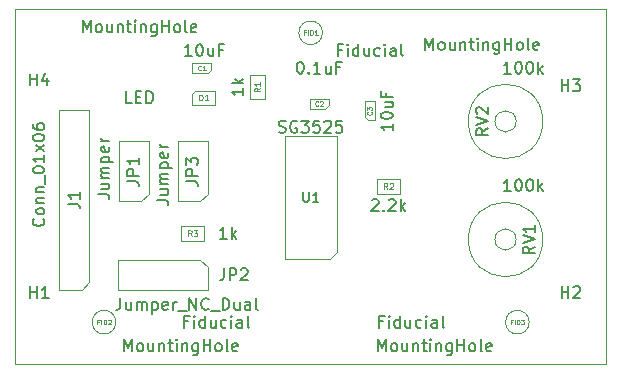
<source format=gbr>
%TF.GenerationSoftware,KiCad,Pcbnew,5.1.10-88a1d61d58~90~ubuntu20.04.1*%
%TF.CreationDate,2021-10-12T23:28:01-03:00*%
%TF.ProjectId,SG3525_Rev01,53473335-3235-45f5-9265-7630312e6b69,0.0.0.1*%
%TF.SameCoordinates,Original*%
%TF.FileFunction,Other,Fab,Top*%
%FSLAX46Y46*%
G04 Gerber Fmt 4.6, Leading zero omitted, Abs format (unit mm)*
G04 Created by KiCad (PCBNEW 5.1.10-88a1d61d58~90~ubuntu20.04.1) date 2021-10-12 23:28:01*
%MOMM*%
%LPD*%
G01*
G04 APERTURE LIST*
%TA.AperFunction,Profile*%
%ADD10C,0.100000*%
%TD*%
%ADD11C,0.100000*%
%ADD12C,0.150000*%
%ADD13C,0.060000*%
%ADD14C,0.080000*%
G04 APERTURE END LIST*
D10*
X173000000Y-82000000D02*
X173000000Y-112000000D01*
X123000000Y-82000000D02*
X173000000Y-82000000D01*
X123000000Y-112000000D02*
X123000000Y-82000000D01*
X173000000Y-112000000D02*
X123000000Y-112000000D01*
D11*
%TO.C,C1*%
X137987500Y-86575000D02*
X137987500Y-87425000D01*
X139587500Y-86575000D02*
X137987500Y-86575000D01*
X139587500Y-87125000D02*
X139587500Y-86575000D01*
X139287500Y-87425000D02*
X139587500Y-87125000D01*
X137987500Y-87425000D02*
X139287500Y-87425000D01*
%TO.C,C2*%
X147912500Y-90425000D02*
X149212500Y-90425000D01*
X149212500Y-90425000D02*
X149512500Y-90125000D01*
X149512500Y-90125000D02*
X149512500Y-89575000D01*
X149512500Y-89575000D02*
X147912500Y-89575000D01*
X147912500Y-89575000D02*
X147912500Y-90425000D01*
%TO.C,C3*%
X153425000Y-89812500D02*
X152575000Y-89812500D01*
X153425000Y-91412500D02*
X153425000Y-89812500D01*
X152875000Y-91412500D02*
X153425000Y-91412500D01*
X152575000Y-91112500D02*
X152875000Y-91412500D01*
X152575000Y-89812500D02*
X152575000Y-91112500D01*
%TO.C,D1*%
X139937500Y-90100000D02*
X139937500Y-88900000D01*
X137937500Y-90100000D02*
X139937500Y-90100000D01*
X137937500Y-89200000D02*
X137937500Y-90100000D01*
X138237500Y-88900000D02*
X137937500Y-89200000D01*
X139937500Y-88900000D02*
X138237500Y-88900000D01*
%TO.C,FID1*%
X149000000Y-84000000D02*
G75*
G03*
X149000000Y-84000000I-1000000J0D01*
G01*
%TO.C,FID2*%
X131500000Y-108500000D02*
G75*
G03*
X131500000Y-108500000I-1000000J0D01*
G01*
%TO.C,FID3*%
X166500000Y-108500000D02*
G75*
G03*
X166500000Y-108500000I-1000000J0D01*
G01*
%TO.C,J1*%
X129270000Y-105135000D02*
X128635000Y-105770000D01*
X129270000Y-90530000D02*
X129270000Y-105135000D01*
X126730000Y-90530000D02*
X129270000Y-90530000D01*
X126730000Y-105770000D02*
X126730000Y-90530000D01*
X128635000Y-105770000D02*
X126730000Y-105770000D01*
%TO.C,JP1*%
X133635000Y-98270000D02*
X131730000Y-98270000D01*
X131730000Y-98270000D02*
X131730000Y-93190000D01*
X131730000Y-93190000D02*
X134270000Y-93190000D01*
X134270000Y-93190000D02*
X134270000Y-97635000D01*
X134270000Y-97635000D02*
X133635000Y-98270000D01*
%TO.C,JP2*%
X138635000Y-103230000D02*
X139270000Y-103865000D01*
X131650000Y-103230000D02*
X138635000Y-103230000D01*
X131650000Y-105770000D02*
X131650000Y-103230000D01*
X139270000Y-105770000D02*
X131650000Y-105770000D01*
X139270000Y-103865000D02*
X139270000Y-105770000D01*
%TO.C,JP3*%
X139270000Y-97635000D02*
X138635000Y-98270000D01*
X139270000Y-93190000D02*
X139270000Y-97635000D01*
X136730000Y-93190000D02*
X139270000Y-93190000D01*
X136730000Y-98270000D02*
X136730000Y-93190000D01*
X138635000Y-98270000D02*
X136730000Y-98270000D01*
%TO.C,R1*%
X142875000Y-89587500D02*
X142875000Y-87587500D01*
X144125000Y-89587500D02*
X142875000Y-89587500D01*
X144125000Y-87587500D02*
X144125000Y-89587500D01*
X142875000Y-87587500D02*
X144125000Y-87587500D01*
%TO.C,R2*%
X155587500Y-97625000D02*
X153587500Y-97625000D01*
X155587500Y-96375000D02*
X155587500Y-97625000D01*
X153587500Y-96375000D02*
X155587500Y-96375000D01*
X153587500Y-97625000D02*
X153587500Y-96375000D01*
%TO.C,R3*%
X139000000Y-100375000D02*
X139000000Y-101625000D01*
X139000000Y-101625000D02*
X137000000Y-101625000D01*
X137000000Y-101625000D02*
X137000000Y-100375000D01*
X137000000Y-100375000D02*
X139000000Y-100375000D01*
%TO.C,RV1*%
X167650000Y-101500000D02*
G75*
G03*
X167650000Y-101500000I-3150000J0D01*
G01*
X165400000Y-101500000D02*
G75*
G03*
X165400000Y-101500000I-900000J0D01*
G01*
%TO.C,RV2*%
X165400000Y-91500000D02*
G75*
G03*
X165400000Y-91500000I-900000J0D01*
G01*
X167650000Y-91500000D02*
G75*
G03*
X167650000Y-91500000I-3150000J0D01*
G01*
%TO.C,U1*%
X150200000Y-102540000D02*
X149600000Y-103140000D01*
X149600000Y-103140000D02*
X145800000Y-103140000D01*
X145800000Y-103140000D02*
X145800000Y-92740000D01*
X145800000Y-92740000D02*
X150200000Y-92740000D01*
X150200000Y-92740000D02*
X150200000Y-102540000D01*
%TD*%
%TO.C,C1*%
D12*
X137928571Y-85952380D02*
X137357142Y-85952380D01*
X137642857Y-85952380D02*
X137642857Y-84952380D01*
X137547619Y-85095238D01*
X137452380Y-85190476D01*
X137357142Y-85238095D01*
X138547619Y-84952380D02*
X138642857Y-84952380D01*
X138738095Y-85000000D01*
X138785714Y-85047619D01*
X138833333Y-85142857D01*
X138880952Y-85333333D01*
X138880952Y-85571428D01*
X138833333Y-85761904D01*
X138785714Y-85857142D01*
X138738095Y-85904761D01*
X138642857Y-85952380D01*
X138547619Y-85952380D01*
X138452380Y-85904761D01*
X138404761Y-85857142D01*
X138357142Y-85761904D01*
X138309523Y-85571428D01*
X138309523Y-85333333D01*
X138357142Y-85142857D01*
X138404761Y-85047619D01*
X138452380Y-85000000D01*
X138547619Y-84952380D01*
X139738095Y-85285714D02*
X139738095Y-85952380D01*
X139309523Y-85285714D02*
X139309523Y-85809523D01*
X139357142Y-85904761D01*
X139452380Y-85952380D01*
X139595238Y-85952380D01*
X139690476Y-85904761D01*
X139738095Y-85857142D01*
X140547619Y-85428571D02*
X140214285Y-85428571D01*
X140214285Y-85952380D02*
X140214285Y-84952380D01*
X140690476Y-84952380D01*
D13*
X138720833Y-87142857D02*
X138701785Y-87161904D01*
X138644642Y-87180952D01*
X138606547Y-87180952D01*
X138549404Y-87161904D01*
X138511309Y-87123809D01*
X138492261Y-87085714D01*
X138473214Y-87009523D01*
X138473214Y-86952380D01*
X138492261Y-86876190D01*
X138511309Y-86838095D01*
X138549404Y-86800000D01*
X138606547Y-86780952D01*
X138644642Y-86780952D01*
X138701785Y-86800000D01*
X138720833Y-86819047D01*
X139101785Y-87180952D02*
X138873214Y-87180952D01*
X138987500Y-87180952D02*
X138987500Y-86780952D01*
X138949404Y-86838095D01*
X138911309Y-86876190D01*
X138873214Y-86895238D01*
%TO.C,C2*%
D12*
X147069642Y-86452380D02*
X147164880Y-86452380D01*
X147260119Y-86500000D01*
X147307738Y-86547619D01*
X147355357Y-86642857D01*
X147402976Y-86833333D01*
X147402976Y-87071428D01*
X147355357Y-87261904D01*
X147307738Y-87357142D01*
X147260119Y-87404761D01*
X147164880Y-87452380D01*
X147069642Y-87452380D01*
X146974404Y-87404761D01*
X146926785Y-87357142D01*
X146879166Y-87261904D01*
X146831547Y-87071428D01*
X146831547Y-86833333D01*
X146879166Y-86642857D01*
X146926785Y-86547619D01*
X146974404Y-86500000D01*
X147069642Y-86452380D01*
X147831547Y-87357142D02*
X147879166Y-87404761D01*
X147831547Y-87452380D01*
X147783928Y-87404761D01*
X147831547Y-87357142D01*
X147831547Y-87452380D01*
X148831547Y-87452380D02*
X148260119Y-87452380D01*
X148545833Y-87452380D02*
X148545833Y-86452380D01*
X148450595Y-86595238D01*
X148355357Y-86690476D01*
X148260119Y-86738095D01*
X149688690Y-86785714D02*
X149688690Y-87452380D01*
X149260119Y-86785714D02*
X149260119Y-87309523D01*
X149307738Y-87404761D01*
X149402976Y-87452380D01*
X149545833Y-87452380D01*
X149641071Y-87404761D01*
X149688690Y-87357142D01*
X150498214Y-86928571D02*
X150164880Y-86928571D01*
X150164880Y-87452380D02*
X150164880Y-86452380D01*
X150641071Y-86452380D01*
D13*
X148645833Y-90142857D02*
X148626785Y-90161904D01*
X148569642Y-90180952D01*
X148531547Y-90180952D01*
X148474404Y-90161904D01*
X148436309Y-90123809D01*
X148417261Y-90085714D01*
X148398214Y-90009523D01*
X148398214Y-89952380D01*
X148417261Y-89876190D01*
X148436309Y-89838095D01*
X148474404Y-89800000D01*
X148531547Y-89780952D01*
X148569642Y-89780952D01*
X148626785Y-89800000D01*
X148645833Y-89819047D01*
X148798214Y-89819047D02*
X148817261Y-89800000D01*
X148855357Y-89780952D01*
X148950595Y-89780952D01*
X148988690Y-89800000D01*
X149007738Y-89819047D01*
X149026785Y-89857142D01*
X149026785Y-89895238D01*
X149007738Y-89952380D01*
X148779166Y-90180952D01*
X149026785Y-90180952D01*
%TO.C,C3*%
D12*
X154932380Y-91683928D02*
X154932380Y-92255357D01*
X154932380Y-91969642D02*
X153932380Y-91969642D01*
X154075238Y-92064880D01*
X154170476Y-92160119D01*
X154218095Y-92255357D01*
X153932380Y-91064880D02*
X153932380Y-90969642D01*
X153980000Y-90874404D01*
X154027619Y-90826785D01*
X154122857Y-90779166D01*
X154313333Y-90731547D01*
X154551428Y-90731547D01*
X154741904Y-90779166D01*
X154837142Y-90826785D01*
X154884761Y-90874404D01*
X154932380Y-90969642D01*
X154932380Y-91064880D01*
X154884761Y-91160119D01*
X154837142Y-91207738D01*
X154741904Y-91255357D01*
X154551428Y-91302976D01*
X154313333Y-91302976D01*
X154122857Y-91255357D01*
X154027619Y-91207738D01*
X153980000Y-91160119D01*
X153932380Y-91064880D01*
X154265714Y-89874404D02*
X154932380Y-89874404D01*
X154265714Y-90302976D02*
X154789523Y-90302976D01*
X154884761Y-90255357D01*
X154932380Y-90160119D01*
X154932380Y-90017261D01*
X154884761Y-89922023D01*
X154837142Y-89874404D01*
X154408571Y-89064880D02*
X154408571Y-89398214D01*
X154932380Y-89398214D02*
X153932380Y-89398214D01*
X153932380Y-88922023D01*
D13*
X153142857Y-90679166D02*
X153161904Y-90698214D01*
X153180952Y-90755357D01*
X153180952Y-90793452D01*
X153161904Y-90850595D01*
X153123809Y-90888690D01*
X153085714Y-90907738D01*
X153009523Y-90926785D01*
X152952380Y-90926785D01*
X152876190Y-90907738D01*
X152838095Y-90888690D01*
X152800000Y-90850595D01*
X152780952Y-90793452D01*
X152780952Y-90755357D01*
X152800000Y-90698214D01*
X152819047Y-90679166D01*
X152780952Y-90545833D02*
X152780952Y-90298214D01*
X152933333Y-90431547D01*
X152933333Y-90374404D01*
X152952380Y-90336309D01*
X152971428Y-90317261D01*
X153009523Y-90298214D01*
X153104761Y-90298214D01*
X153142857Y-90317261D01*
X153161904Y-90336309D01*
X153180952Y-90374404D01*
X153180952Y-90488690D01*
X153161904Y-90526785D01*
X153142857Y-90545833D01*
%TO.C,D1*%
D12*
X132857142Y-89952380D02*
X132380952Y-89952380D01*
X132380952Y-88952380D01*
X133190476Y-89428571D02*
X133523809Y-89428571D01*
X133666666Y-89952380D02*
X133190476Y-89952380D01*
X133190476Y-88952380D01*
X133666666Y-88952380D01*
X134095238Y-89952380D02*
X134095238Y-88952380D01*
X134333333Y-88952380D01*
X134476190Y-89000000D01*
X134571428Y-89095238D01*
X134619047Y-89190476D01*
X134666666Y-89380952D01*
X134666666Y-89523809D01*
X134619047Y-89714285D01*
X134571428Y-89809523D01*
X134476190Y-89904761D01*
X134333333Y-89952380D01*
X134095238Y-89952380D01*
D14*
X138568452Y-89726190D02*
X138568452Y-89226190D01*
X138687500Y-89226190D01*
X138758928Y-89250000D01*
X138806547Y-89297619D01*
X138830357Y-89345238D01*
X138854166Y-89440476D01*
X138854166Y-89511904D01*
X138830357Y-89607142D01*
X138806547Y-89654761D01*
X138758928Y-89702380D01*
X138687500Y-89726190D01*
X138568452Y-89726190D01*
X139330357Y-89726190D02*
X139044642Y-89726190D01*
X139187500Y-89726190D02*
X139187500Y-89226190D01*
X139139880Y-89297619D01*
X139092261Y-89345238D01*
X139044642Y-89369047D01*
%TO.C,FID1*%
D12*
X150619047Y-85428571D02*
X150285714Y-85428571D01*
X150285714Y-85952380D02*
X150285714Y-84952380D01*
X150761904Y-84952380D01*
X151142857Y-85952380D02*
X151142857Y-85285714D01*
X151142857Y-84952380D02*
X151095238Y-85000000D01*
X151142857Y-85047619D01*
X151190476Y-85000000D01*
X151142857Y-84952380D01*
X151142857Y-85047619D01*
X152047619Y-85952380D02*
X152047619Y-84952380D01*
X152047619Y-85904761D02*
X151952380Y-85952380D01*
X151761904Y-85952380D01*
X151666666Y-85904761D01*
X151619047Y-85857142D01*
X151571428Y-85761904D01*
X151571428Y-85476190D01*
X151619047Y-85380952D01*
X151666666Y-85333333D01*
X151761904Y-85285714D01*
X151952380Y-85285714D01*
X152047619Y-85333333D01*
X152952380Y-85285714D02*
X152952380Y-85952380D01*
X152523809Y-85285714D02*
X152523809Y-85809523D01*
X152571428Y-85904761D01*
X152666666Y-85952380D01*
X152809523Y-85952380D01*
X152904761Y-85904761D01*
X152952380Y-85857142D01*
X153857142Y-85904761D02*
X153761904Y-85952380D01*
X153571428Y-85952380D01*
X153476190Y-85904761D01*
X153428571Y-85857142D01*
X153380952Y-85761904D01*
X153380952Y-85476190D01*
X153428571Y-85380952D01*
X153476190Y-85333333D01*
X153571428Y-85285714D01*
X153761904Y-85285714D01*
X153857142Y-85333333D01*
X154285714Y-85952380D02*
X154285714Y-85285714D01*
X154285714Y-84952380D02*
X154238095Y-85000000D01*
X154285714Y-85047619D01*
X154333333Y-85000000D01*
X154285714Y-84952380D01*
X154285714Y-85047619D01*
X155190476Y-85952380D02*
X155190476Y-85428571D01*
X155142857Y-85333333D01*
X155047619Y-85285714D01*
X154857142Y-85285714D01*
X154761904Y-85333333D01*
X155190476Y-85904761D02*
X155095238Y-85952380D01*
X154857142Y-85952380D01*
X154761904Y-85904761D01*
X154714285Y-85809523D01*
X154714285Y-85714285D01*
X154761904Y-85619047D01*
X154857142Y-85571428D01*
X155095238Y-85571428D01*
X155190476Y-85523809D01*
X155809523Y-85952380D02*
X155714285Y-85904761D01*
X155666666Y-85809523D01*
X155666666Y-84952380D01*
D13*
X147571428Y-83971428D02*
X147438095Y-83971428D01*
X147438095Y-84180952D02*
X147438095Y-83780952D01*
X147628571Y-83780952D01*
X147780952Y-84180952D02*
X147780952Y-83780952D01*
X147971428Y-84180952D02*
X147971428Y-83780952D01*
X148066666Y-83780952D01*
X148123809Y-83800000D01*
X148161904Y-83838095D01*
X148180952Y-83876190D01*
X148200000Y-83952380D01*
X148200000Y-84009523D01*
X148180952Y-84085714D01*
X148161904Y-84123809D01*
X148123809Y-84161904D01*
X148066666Y-84180952D01*
X147971428Y-84180952D01*
X148580952Y-84180952D02*
X148352380Y-84180952D01*
X148466666Y-84180952D02*
X148466666Y-83780952D01*
X148428571Y-83838095D01*
X148390476Y-83876190D01*
X148352380Y-83895238D01*
%TO.C,FID2*%
D12*
X137619047Y-108428571D02*
X137285714Y-108428571D01*
X137285714Y-108952380D02*
X137285714Y-107952380D01*
X137761904Y-107952380D01*
X138142857Y-108952380D02*
X138142857Y-108285714D01*
X138142857Y-107952380D02*
X138095238Y-108000000D01*
X138142857Y-108047619D01*
X138190476Y-108000000D01*
X138142857Y-107952380D01*
X138142857Y-108047619D01*
X139047619Y-108952380D02*
X139047619Y-107952380D01*
X139047619Y-108904761D02*
X138952380Y-108952380D01*
X138761904Y-108952380D01*
X138666666Y-108904761D01*
X138619047Y-108857142D01*
X138571428Y-108761904D01*
X138571428Y-108476190D01*
X138619047Y-108380952D01*
X138666666Y-108333333D01*
X138761904Y-108285714D01*
X138952380Y-108285714D01*
X139047619Y-108333333D01*
X139952380Y-108285714D02*
X139952380Y-108952380D01*
X139523809Y-108285714D02*
X139523809Y-108809523D01*
X139571428Y-108904761D01*
X139666666Y-108952380D01*
X139809523Y-108952380D01*
X139904761Y-108904761D01*
X139952380Y-108857142D01*
X140857142Y-108904761D02*
X140761904Y-108952380D01*
X140571428Y-108952380D01*
X140476190Y-108904761D01*
X140428571Y-108857142D01*
X140380952Y-108761904D01*
X140380952Y-108476190D01*
X140428571Y-108380952D01*
X140476190Y-108333333D01*
X140571428Y-108285714D01*
X140761904Y-108285714D01*
X140857142Y-108333333D01*
X141285714Y-108952380D02*
X141285714Y-108285714D01*
X141285714Y-107952380D02*
X141238095Y-108000000D01*
X141285714Y-108047619D01*
X141333333Y-108000000D01*
X141285714Y-107952380D01*
X141285714Y-108047619D01*
X142190476Y-108952380D02*
X142190476Y-108428571D01*
X142142857Y-108333333D01*
X142047619Y-108285714D01*
X141857142Y-108285714D01*
X141761904Y-108333333D01*
X142190476Y-108904761D02*
X142095238Y-108952380D01*
X141857142Y-108952380D01*
X141761904Y-108904761D01*
X141714285Y-108809523D01*
X141714285Y-108714285D01*
X141761904Y-108619047D01*
X141857142Y-108571428D01*
X142095238Y-108571428D01*
X142190476Y-108523809D01*
X142809523Y-108952380D02*
X142714285Y-108904761D01*
X142666666Y-108809523D01*
X142666666Y-107952380D01*
D13*
X130071428Y-108471428D02*
X129938095Y-108471428D01*
X129938095Y-108680952D02*
X129938095Y-108280952D01*
X130128571Y-108280952D01*
X130280952Y-108680952D02*
X130280952Y-108280952D01*
X130471428Y-108680952D02*
X130471428Y-108280952D01*
X130566666Y-108280952D01*
X130623809Y-108300000D01*
X130661904Y-108338095D01*
X130680952Y-108376190D01*
X130700000Y-108452380D01*
X130700000Y-108509523D01*
X130680952Y-108585714D01*
X130661904Y-108623809D01*
X130623809Y-108661904D01*
X130566666Y-108680952D01*
X130471428Y-108680952D01*
X130852380Y-108319047D02*
X130871428Y-108300000D01*
X130909523Y-108280952D01*
X131004761Y-108280952D01*
X131042857Y-108300000D01*
X131061904Y-108319047D01*
X131080952Y-108357142D01*
X131080952Y-108395238D01*
X131061904Y-108452380D01*
X130833333Y-108680952D01*
X131080952Y-108680952D01*
%TO.C,FID3*%
D12*
X154119047Y-108428571D02*
X153785714Y-108428571D01*
X153785714Y-108952380D02*
X153785714Y-107952380D01*
X154261904Y-107952380D01*
X154642857Y-108952380D02*
X154642857Y-108285714D01*
X154642857Y-107952380D02*
X154595238Y-108000000D01*
X154642857Y-108047619D01*
X154690476Y-108000000D01*
X154642857Y-107952380D01*
X154642857Y-108047619D01*
X155547619Y-108952380D02*
X155547619Y-107952380D01*
X155547619Y-108904761D02*
X155452380Y-108952380D01*
X155261904Y-108952380D01*
X155166666Y-108904761D01*
X155119047Y-108857142D01*
X155071428Y-108761904D01*
X155071428Y-108476190D01*
X155119047Y-108380952D01*
X155166666Y-108333333D01*
X155261904Y-108285714D01*
X155452380Y-108285714D01*
X155547619Y-108333333D01*
X156452380Y-108285714D02*
X156452380Y-108952380D01*
X156023809Y-108285714D02*
X156023809Y-108809523D01*
X156071428Y-108904761D01*
X156166666Y-108952380D01*
X156309523Y-108952380D01*
X156404761Y-108904761D01*
X156452380Y-108857142D01*
X157357142Y-108904761D02*
X157261904Y-108952380D01*
X157071428Y-108952380D01*
X156976190Y-108904761D01*
X156928571Y-108857142D01*
X156880952Y-108761904D01*
X156880952Y-108476190D01*
X156928571Y-108380952D01*
X156976190Y-108333333D01*
X157071428Y-108285714D01*
X157261904Y-108285714D01*
X157357142Y-108333333D01*
X157785714Y-108952380D02*
X157785714Y-108285714D01*
X157785714Y-107952380D02*
X157738095Y-108000000D01*
X157785714Y-108047619D01*
X157833333Y-108000000D01*
X157785714Y-107952380D01*
X157785714Y-108047619D01*
X158690476Y-108952380D02*
X158690476Y-108428571D01*
X158642857Y-108333333D01*
X158547619Y-108285714D01*
X158357142Y-108285714D01*
X158261904Y-108333333D01*
X158690476Y-108904761D02*
X158595238Y-108952380D01*
X158357142Y-108952380D01*
X158261904Y-108904761D01*
X158214285Y-108809523D01*
X158214285Y-108714285D01*
X158261904Y-108619047D01*
X158357142Y-108571428D01*
X158595238Y-108571428D01*
X158690476Y-108523809D01*
X159309523Y-108952380D02*
X159214285Y-108904761D01*
X159166666Y-108809523D01*
X159166666Y-107952380D01*
D13*
X165071428Y-108471428D02*
X164938095Y-108471428D01*
X164938095Y-108680952D02*
X164938095Y-108280952D01*
X165128571Y-108280952D01*
X165280952Y-108680952D02*
X165280952Y-108280952D01*
X165471428Y-108680952D02*
X165471428Y-108280952D01*
X165566666Y-108280952D01*
X165623809Y-108300000D01*
X165661904Y-108338095D01*
X165680952Y-108376190D01*
X165700000Y-108452380D01*
X165700000Y-108509523D01*
X165680952Y-108585714D01*
X165661904Y-108623809D01*
X165623809Y-108661904D01*
X165566666Y-108680952D01*
X165471428Y-108680952D01*
X165833333Y-108280952D02*
X166080952Y-108280952D01*
X165947619Y-108433333D01*
X166004761Y-108433333D01*
X166042857Y-108452380D01*
X166061904Y-108471428D01*
X166080952Y-108509523D01*
X166080952Y-108604761D01*
X166061904Y-108642857D01*
X166042857Y-108661904D01*
X166004761Y-108680952D01*
X165890476Y-108680952D01*
X165852380Y-108661904D01*
X165833333Y-108642857D01*
%TO.C,H1*%
D12*
X132214285Y-110952380D02*
X132214285Y-109952380D01*
X132547619Y-110666666D01*
X132880952Y-109952380D01*
X132880952Y-110952380D01*
X133500000Y-110952380D02*
X133404761Y-110904761D01*
X133357142Y-110857142D01*
X133309523Y-110761904D01*
X133309523Y-110476190D01*
X133357142Y-110380952D01*
X133404761Y-110333333D01*
X133500000Y-110285714D01*
X133642857Y-110285714D01*
X133738095Y-110333333D01*
X133785714Y-110380952D01*
X133833333Y-110476190D01*
X133833333Y-110761904D01*
X133785714Y-110857142D01*
X133738095Y-110904761D01*
X133642857Y-110952380D01*
X133500000Y-110952380D01*
X134690476Y-110285714D02*
X134690476Y-110952380D01*
X134261904Y-110285714D02*
X134261904Y-110809523D01*
X134309523Y-110904761D01*
X134404761Y-110952380D01*
X134547619Y-110952380D01*
X134642857Y-110904761D01*
X134690476Y-110857142D01*
X135166666Y-110285714D02*
X135166666Y-110952380D01*
X135166666Y-110380952D02*
X135214285Y-110333333D01*
X135309523Y-110285714D01*
X135452380Y-110285714D01*
X135547619Y-110333333D01*
X135595238Y-110428571D01*
X135595238Y-110952380D01*
X135928571Y-110285714D02*
X136309523Y-110285714D01*
X136071428Y-109952380D02*
X136071428Y-110809523D01*
X136119047Y-110904761D01*
X136214285Y-110952380D01*
X136309523Y-110952380D01*
X136642857Y-110952380D02*
X136642857Y-110285714D01*
X136642857Y-109952380D02*
X136595238Y-110000000D01*
X136642857Y-110047619D01*
X136690476Y-110000000D01*
X136642857Y-109952380D01*
X136642857Y-110047619D01*
X137119047Y-110285714D02*
X137119047Y-110952380D01*
X137119047Y-110380952D02*
X137166666Y-110333333D01*
X137261904Y-110285714D01*
X137404761Y-110285714D01*
X137500000Y-110333333D01*
X137547619Y-110428571D01*
X137547619Y-110952380D01*
X138452380Y-110285714D02*
X138452380Y-111095238D01*
X138404761Y-111190476D01*
X138357142Y-111238095D01*
X138261904Y-111285714D01*
X138119047Y-111285714D01*
X138023809Y-111238095D01*
X138452380Y-110904761D02*
X138357142Y-110952380D01*
X138166666Y-110952380D01*
X138071428Y-110904761D01*
X138023809Y-110857142D01*
X137976190Y-110761904D01*
X137976190Y-110476190D01*
X138023809Y-110380952D01*
X138071428Y-110333333D01*
X138166666Y-110285714D01*
X138357142Y-110285714D01*
X138452380Y-110333333D01*
X138928571Y-110952380D02*
X138928571Y-109952380D01*
X138928571Y-110428571D02*
X139500000Y-110428571D01*
X139500000Y-110952380D02*
X139500000Y-109952380D01*
X140119047Y-110952380D02*
X140023809Y-110904761D01*
X139976190Y-110857142D01*
X139928571Y-110761904D01*
X139928571Y-110476190D01*
X139976190Y-110380952D01*
X140023809Y-110333333D01*
X140119047Y-110285714D01*
X140261904Y-110285714D01*
X140357142Y-110333333D01*
X140404761Y-110380952D01*
X140452380Y-110476190D01*
X140452380Y-110761904D01*
X140404761Y-110857142D01*
X140357142Y-110904761D01*
X140261904Y-110952380D01*
X140119047Y-110952380D01*
X141023809Y-110952380D02*
X140928571Y-110904761D01*
X140880952Y-110809523D01*
X140880952Y-109952380D01*
X141785714Y-110904761D02*
X141690476Y-110952380D01*
X141500000Y-110952380D01*
X141404761Y-110904761D01*
X141357142Y-110809523D01*
X141357142Y-110428571D01*
X141404761Y-110333333D01*
X141500000Y-110285714D01*
X141690476Y-110285714D01*
X141785714Y-110333333D01*
X141833333Y-110428571D01*
X141833333Y-110523809D01*
X141357142Y-110619047D01*
X124238095Y-106452380D02*
X124238095Y-105452380D01*
X124238095Y-105928571D02*
X124809523Y-105928571D01*
X124809523Y-106452380D02*
X124809523Y-105452380D01*
X125809523Y-106452380D02*
X125238095Y-106452380D01*
X125523809Y-106452380D02*
X125523809Y-105452380D01*
X125428571Y-105595238D01*
X125333333Y-105690476D01*
X125238095Y-105738095D01*
%TO.C,H2*%
X153714285Y-110952380D02*
X153714285Y-109952380D01*
X154047619Y-110666666D01*
X154380952Y-109952380D01*
X154380952Y-110952380D01*
X155000000Y-110952380D02*
X154904761Y-110904761D01*
X154857142Y-110857142D01*
X154809523Y-110761904D01*
X154809523Y-110476190D01*
X154857142Y-110380952D01*
X154904761Y-110333333D01*
X155000000Y-110285714D01*
X155142857Y-110285714D01*
X155238095Y-110333333D01*
X155285714Y-110380952D01*
X155333333Y-110476190D01*
X155333333Y-110761904D01*
X155285714Y-110857142D01*
X155238095Y-110904761D01*
X155142857Y-110952380D01*
X155000000Y-110952380D01*
X156190476Y-110285714D02*
X156190476Y-110952380D01*
X155761904Y-110285714D02*
X155761904Y-110809523D01*
X155809523Y-110904761D01*
X155904761Y-110952380D01*
X156047619Y-110952380D01*
X156142857Y-110904761D01*
X156190476Y-110857142D01*
X156666666Y-110285714D02*
X156666666Y-110952380D01*
X156666666Y-110380952D02*
X156714285Y-110333333D01*
X156809523Y-110285714D01*
X156952380Y-110285714D01*
X157047619Y-110333333D01*
X157095238Y-110428571D01*
X157095238Y-110952380D01*
X157428571Y-110285714D02*
X157809523Y-110285714D01*
X157571428Y-109952380D02*
X157571428Y-110809523D01*
X157619047Y-110904761D01*
X157714285Y-110952380D01*
X157809523Y-110952380D01*
X158142857Y-110952380D02*
X158142857Y-110285714D01*
X158142857Y-109952380D02*
X158095238Y-110000000D01*
X158142857Y-110047619D01*
X158190476Y-110000000D01*
X158142857Y-109952380D01*
X158142857Y-110047619D01*
X158619047Y-110285714D02*
X158619047Y-110952380D01*
X158619047Y-110380952D02*
X158666666Y-110333333D01*
X158761904Y-110285714D01*
X158904761Y-110285714D01*
X159000000Y-110333333D01*
X159047619Y-110428571D01*
X159047619Y-110952380D01*
X159952380Y-110285714D02*
X159952380Y-111095238D01*
X159904761Y-111190476D01*
X159857142Y-111238095D01*
X159761904Y-111285714D01*
X159619047Y-111285714D01*
X159523809Y-111238095D01*
X159952380Y-110904761D02*
X159857142Y-110952380D01*
X159666666Y-110952380D01*
X159571428Y-110904761D01*
X159523809Y-110857142D01*
X159476190Y-110761904D01*
X159476190Y-110476190D01*
X159523809Y-110380952D01*
X159571428Y-110333333D01*
X159666666Y-110285714D01*
X159857142Y-110285714D01*
X159952380Y-110333333D01*
X160428571Y-110952380D02*
X160428571Y-109952380D01*
X160428571Y-110428571D02*
X161000000Y-110428571D01*
X161000000Y-110952380D02*
X161000000Y-109952380D01*
X161619047Y-110952380D02*
X161523809Y-110904761D01*
X161476190Y-110857142D01*
X161428571Y-110761904D01*
X161428571Y-110476190D01*
X161476190Y-110380952D01*
X161523809Y-110333333D01*
X161619047Y-110285714D01*
X161761904Y-110285714D01*
X161857142Y-110333333D01*
X161904761Y-110380952D01*
X161952380Y-110476190D01*
X161952380Y-110761904D01*
X161904761Y-110857142D01*
X161857142Y-110904761D01*
X161761904Y-110952380D01*
X161619047Y-110952380D01*
X162523809Y-110952380D02*
X162428571Y-110904761D01*
X162380952Y-110809523D01*
X162380952Y-109952380D01*
X163285714Y-110904761D02*
X163190476Y-110952380D01*
X163000000Y-110952380D01*
X162904761Y-110904761D01*
X162857142Y-110809523D01*
X162857142Y-110428571D01*
X162904761Y-110333333D01*
X163000000Y-110285714D01*
X163190476Y-110285714D01*
X163285714Y-110333333D01*
X163333333Y-110428571D01*
X163333333Y-110523809D01*
X162857142Y-110619047D01*
X169238095Y-106452380D02*
X169238095Y-105452380D01*
X169238095Y-105928571D02*
X169809523Y-105928571D01*
X169809523Y-106452380D02*
X169809523Y-105452380D01*
X170238095Y-105547619D02*
X170285714Y-105500000D01*
X170380952Y-105452380D01*
X170619047Y-105452380D01*
X170714285Y-105500000D01*
X170761904Y-105547619D01*
X170809523Y-105642857D01*
X170809523Y-105738095D01*
X170761904Y-105880952D01*
X170190476Y-106452380D01*
X170809523Y-106452380D01*
%TO.C,H3*%
X157714285Y-85452380D02*
X157714285Y-84452380D01*
X158047619Y-85166666D01*
X158380952Y-84452380D01*
X158380952Y-85452380D01*
X159000000Y-85452380D02*
X158904761Y-85404761D01*
X158857142Y-85357142D01*
X158809523Y-85261904D01*
X158809523Y-84976190D01*
X158857142Y-84880952D01*
X158904761Y-84833333D01*
X159000000Y-84785714D01*
X159142857Y-84785714D01*
X159238095Y-84833333D01*
X159285714Y-84880952D01*
X159333333Y-84976190D01*
X159333333Y-85261904D01*
X159285714Y-85357142D01*
X159238095Y-85404761D01*
X159142857Y-85452380D01*
X159000000Y-85452380D01*
X160190476Y-84785714D02*
X160190476Y-85452380D01*
X159761904Y-84785714D02*
X159761904Y-85309523D01*
X159809523Y-85404761D01*
X159904761Y-85452380D01*
X160047619Y-85452380D01*
X160142857Y-85404761D01*
X160190476Y-85357142D01*
X160666666Y-84785714D02*
X160666666Y-85452380D01*
X160666666Y-84880952D02*
X160714285Y-84833333D01*
X160809523Y-84785714D01*
X160952380Y-84785714D01*
X161047619Y-84833333D01*
X161095238Y-84928571D01*
X161095238Y-85452380D01*
X161428571Y-84785714D02*
X161809523Y-84785714D01*
X161571428Y-84452380D02*
X161571428Y-85309523D01*
X161619047Y-85404761D01*
X161714285Y-85452380D01*
X161809523Y-85452380D01*
X162142857Y-85452380D02*
X162142857Y-84785714D01*
X162142857Y-84452380D02*
X162095238Y-84500000D01*
X162142857Y-84547619D01*
X162190476Y-84500000D01*
X162142857Y-84452380D01*
X162142857Y-84547619D01*
X162619047Y-84785714D02*
X162619047Y-85452380D01*
X162619047Y-84880952D02*
X162666666Y-84833333D01*
X162761904Y-84785714D01*
X162904761Y-84785714D01*
X163000000Y-84833333D01*
X163047619Y-84928571D01*
X163047619Y-85452380D01*
X163952380Y-84785714D02*
X163952380Y-85595238D01*
X163904761Y-85690476D01*
X163857142Y-85738095D01*
X163761904Y-85785714D01*
X163619047Y-85785714D01*
X163523809Y-85738095D01*
X163952380Y-85404761D02*
X163857142Y-85452380D01*
X163666666Y-85452380D01*
X163571428Y-85404761D01*
X163523809Y-85357142D01*
X163476190Y-85261904D01*
X163476190Y-84976190D01*
X163523809Y-84880952D01*
X163571428Y-84833333D01*
X163666666Y-84785714D01*
X163857142Y-84785714D01*
X163952380Y-84833333D01*
X164428571Y-85452380D02*
X164428571Y-84452380D01*
X164428571Y-84928571D02*
X165000000Y-84928571D01*
X165000000Y-85452380D02*
X165000000Y-84452380D01*
X165619047Y-85452380D02*
X165523809Y-85404761D01*
X165476190Y-85357142D01*
X165428571Y-85261904D01*
X165428571Y-84976190D01*
X165476190Y-84880952D01*
X165523809Y-84833333D01*
X165619047Y-84785714D01*
X165761904Y-84785714D01*
X165857142Y-84833333D01*
X165904761Y-84880952D01*
X165952380Y-84976190D01*
X165952380Y-85261904D01*
X165904761Y-85357142D01*
X165857142Y-85404761D01*
X165761904Y-85452380D01*
X165619047Y-85452380D01*
X166523809Y-85452380D02*
X166428571Y-85404761D01*
X166380952Y-85309523D01*
X166380952Y-84452380D01*
X167285714Y-85404761D02*
X167190476Y-85452380D01*
X167000000Y-85452380D01*
X166904761Y-85404761D01*
X166857142Y-85309523D01*
X166857142Y-84928571D01*
X166904761Y-84833333D01*
X167000000Y-84785714D01*
X167190476Y-84785714D01*
X167285714Y-84833333D01*
X167333333Y-84928571D01*
X167333333Y-85023809D01*
X166857142Y-85119047D01*
X169238095Y-88952380D02*
X169238095Y-87952380D01*
X169238095Y-88428571D02*
X169809523Y-88428571D01*
X169809523Y-88952380D02*
X169809523Y-87952380D01*
X170190476Y-87952380D02*
X170809523Y-87952380D01*
X170476190Y-88333333D01*
X170619047Y-88333333D01*
X170714285Y-88380952D01*
X170761904Y-88428571D01*
X170809523Y-88523809D01*
X170809523Y-88761904D01*
X170761904Y-88857142D01*
X170714285Y-88904761D01*
X170619047Y-88952380D01*
X170333333Y-88952380D01*
X170238095Y-88904761D01*
X170190476Y-88857142D01*
%TO.C,H4*%
X128714285Y-83952380D02*
X128714285Y-82952380D01*
X129047619Y-83666666D01*
X129380952Y-82952380D01*
X129380952Y-83952380D01*
X130000000Y-83952380D02*
X129904761Y-83904761D01*
X129857142Y-83857142D01*
X129809523Y-83761904D01*
X129809523Y-83476190D01*
X129857142Y-83380952D01*
X129904761Y-83333333D01*
X130000000Y-83285714D01*
X130142857Y-83285714D01*
X130238095Y-83333333D01*
X130285714Y-83380952D01*
X130333333Y-83476190D01*
X130333333Y-83761904D01*
X130285714Y-83857142D01*
X130238095Y-83904761D01*
X130142857Y-83952380D01*
X130000000Y-83952380D01*
X131190476Y-83285714D02*
X131190476Y-83952380D01*
X130761904Y-83285714D02*
X130761904Y-83809523D01*
X130809523Y-83904761D01*
X130904761Y-83952380D01*
X131047619Y-83952380D01*
X131142857Y-83904761D01*
X131190476Y-83857142D01*
X131666666Y-83285714D02*
X131666666Y-83952380D01*
X131666666Y-83380952D02*
X131714285Y-83333333D01*
X131809523Y-83285714D01*
X131952380Y-83285714D01*
X132047619Y-83333333D01*
X132095238Y-83428571D01*
X132095238Y-83952380D01*
X132428571Y-83285714D02*
X132809523Y-83285714D01*
X132571428Y-82952380D02*
X132571428Y-83809523D01*
X132619047Y-83904761D01*
X132714285Y-83952380D01*
X132809523Y-83952380D01*
X133142857Y-83952380D02*
X133142857Y-83285714D01*
X133142857Y-82952380D02*
X133095238Y-83000000D01*
X133142857Y-83047619D01*
X133190476Y-83000000D01*
X133142857Y-82952380D01*
X133142857Y-83047619D01*
X133619047Y-83285714D02*
X133619047Y-83952380D01*
X133619047Y-83380952D02*
X133666666Y-83333333D01*
X133761904Y-83285714D01*
X133904761Y-83285714D01*
X134000000Y-83333333D01*
X134047619Y-83428571D01*
X134047619Y-83952380D01*
X134952380Y-83285714D02*
X134952380Y-84095238D01*
X134904761Y-84190476D01*
X134857142Y-84238095D01*
X134761904Y-84285714D01*
X134619047Y-84285714D01*
X134523809Y-84238095D01*
X134952380Y-83904761D02*
X134857142Y-83952380D01*
X134666666Y-83952380D01*
X134571428Y-83904761D01*
X134523809Y-83857142D01*
X134476190Y-83761904D01*
X134476190Y-83476190D01*
X134523809Y-83380952D01*
X134571428Y-83333333D01*
X134666666Y-83285714D01*
X134857142Y-83285714D01*
X134952380Y-83333333D01*
X135428571Y-83952380D02*
X135428571Y-82952380D01*
X135428571Y-83428571D02*
X136000000Y-83428571D01*
X136000000Y-83952380D02*
X136000000Y-82952380D01*
X136619047Y-83952380D02*
X136523809Y-83904761D01*
X136476190Y-83857142D01*
X136428571Y-83761904D01*
X136428571Y-83476190D01*
X136476190Y-83380952D01*
X136523809Y-83333333D01*
X136619047Y-83285714D01*
X136761904Y-83285714D01*
X136857142Y-83333333D01*
X136904761Y-83380952D01*
X136952380Y-83476190D01*
X136952380Y-83761904D01*
X136904761Y-83857142D01*
X136857142Y-83904761D01*
X136761904Y-83952380D01*
X136619047Y-83952380D01*
X137523809Y-83952380D02*
X137428571Y-83904761D01*
X137380952Y-83809523D01*
X137380952Y-82952380D01*
X138285714Y-83904761D02*
X138190476Y-83952380D01*
X138000000Y-83952380D01*
X137904761Y-83904761D01*
X137857142Y-83809523D01*
X137857142Y-83428571D01*
X137904761Y-83333333D01*
X138000000Y-83285714D01*
X138190476Y-83285714D01*
X138285714Y-83333333D01*
X138333333Y-83428571D01*
X138333333Y-83523809D01*
X137857142Y-83619047D01*
X124238095Y-88452380D02*
X124238095Y-87452380D01*
X124238095Y-87928571D02*
X124809523Y-87928571D01*
X124809523Y-88452380D02*
X124809523Y-87452380D01*
X125714285Y-87785714D02*
X125714285Y-88452380D01*
X125476190Y-87404761D02*
X125238095Y-88119047D01*
X125857142Y-88119047D01*
%TO.C,J1*%
X125357142Y-99738095D02*
X125404761Y-99785714D01*
X125452380Y-99928571D01*
X125452380Y-100023809D01*
X125404761Y-100166666D01*
X125309523Y-100261904D01*
X125214285Y-100309523D01*
X125023809Y-100357142D01*
X124880952Y-100357142D01*
X124690476Y-100309523D01*
X124595238Y-100261904D01*
X124500000Y-100166666D01*
X124452380Y-100023809D01*
X124452380Y-99928571D01*
X124500000Y-99785714D01*
X124547619Y-99738095D01*
X125452380Y-99166666D02*
X125404761Y-99261904D01*
X125357142Y-99309523D01*
X125261904Y-99357142D01*
X124976190Y-99357142D01*
X124880952Y-99309523D01*
X124833333Y-99261904D01*
X124785714Y-99166666D01*
X124785714Y-99023809D01*
X124833333Y-98928571D01*
X124880952Y-98880952D01*
X124976190Y-98833333D01*
X125261904Y-98833333D01*
X125357142Y-98880952D01*
X125404761Y-98928571D01*
X125452380Y-99023809D01*
X125452380Y-99166666D01*
X124785714Y-98404761D02*
X125452380Y-98404761D01*
X124880952Y-98404761D02*
X124833333Y-98357142D01*
X124785714Y-98261904D01*
X124785714Y-98119047D01*
X124833333Y-98023809D01*
X124928571Y-97976190D01*
X125452380Y-97976190D01*
X124785714Y-97500000D02*
X125452380Y-97500000D01*
X124880952Y-97500000D02*
X124833333Y-97452380D01*
X124785714Y-97357142D01*
X124785714Y-97214285D01*
X124833333Y-97119047D01*
X124928571Y-97071428D01*
X125452380Y-97071428D01*
X125547619Y-96833333D02*
X125547619Y-96071428D01*
X124452380Y-95642857D02*
X124452380Y-95547619D01*
X124500000Y-95452380D01*
X124547619Y-95404761D01*
X124642857Y-95357142D01*
X124833333Y-95309523D01*
X125071428Y-95309523D01*
X125261904Y-95357142D01*
X125357142Y-95404761D01*
X125404761Y-95452380D01*
X125452380Y-95547619D01*
X125452380Y-95642857D01*
X125404761Y-95738095D01*
X125357142Y-95785714D01*
X125261904Y-95833333D01*
X125071428Y-95880952D01*
X124833333Y-95880952D01*
X124642857Y-95833333D01*
X124547619Y-95785714D01*
X124500000Y-95738095D01*
X124452380Y-95642857D01*
X125452380Y-94357142D02*
X125452380Y-94928571D01*
X125452380Y-94642857D02*
X124452380Y-94642857D01*
X124595238Y-94738095D01*
X124690476Y-94833333D01*
X124738095Y-94928571D01*
X125452380Y-94023809D02*
X124785714Y-93500000D01*
X124785714Y-94023809D02*
X125452380Y-93500000D01*
X124452380Y-92928571D02*
X124452380Y-92833333D01*
X124500000Y-92738095D01*
X124547619Y-92690476D01*
X124642857Y-92642857D01*
X124833333Y-92595238D01*
X125071428Y-92595238D01*
X125261904Y-92642857D01*
X125357142Y-92690476D01*
X125404761Y-92738095D01*
X125452380Y-92833333D01*
X125452380Y-92928571D01*
X125404761Y-93023809D01*
X125357142Y-93071428D01*
X125261904Y-93119047D01*
X125071428Y-93166666D01*
X124833333Y-93166666D01*
X124642857Y-93119047D01*
X124547619Y-93071428D01*
X124500000Y-93023809D01*
X124452380Y-92928571D01*
X124452380Y-91738095D02*
X124452380Y-91928571D01*
X124500000Y-92023809D01*
X124547619Y-92071428D01*
X124690476Y-92166666D01*
X124880952Y-92214285D01*
X125261904Y-92214285D01*
X125357142Y-92166666D01*
X125404761Y-92119047D01*
X125452380Y-92023809D01*
X125452380Y-91833333D01*
X125404761Y-91738095D01*
X125357142Y-91690476D01*
X125261904Y-91642857D01*
X125023809Y-91642857D01*
X124928571Y-91690476D01*
X124880952Y-91738095D01*
X124833333Y-91833333D01*
X124833333Y-92023809D01*
X124880952Y-92119047D01*
X124928571Y-92166666D01*
X125023809Y-92214285D01*
X127452380Y-98483333D02*
X128166666Y-98483333D01*
X128309523Y-98530952D01*
X128404761Y-98626190D01*
X128452380Y-98769047D01*
X128452380Y-98864285D01*
X128452380Y-97483333D02*
X128452380Y-98054761D01*
X128452380Y-97769047D02*
X127452380Y-97769047D01*
X127595238Y-97864285D01*
X127690476Y-97959523D01*
X127738095Y-98054761D01*
%TO.C,JP1*%
X129952380Y-97666666D02*
X130666666Y-97666666D01*
X130809523Y-97714285D01*
X130904761Y-97809523D01*
X130952380Y-97952380D01*
X130952380Y-98047619D01*
X130285714Y-96761904D02*
X130952380Y-96761904D01*
X130285714Y-97190476D02*
X130809523Y-97190476D01*
X130904761Y-97142857D01*
X130952380Y-97047619D01*
X130952380Y-96904761D01*
X130904761Y-96809523D01*
X130857142Y-96761904D01*
X130952380Y-96285714D02*
X130285714Y-96285714D01*
X130380952Y-96285714D02*
X130333333Y-96238095D01*
X130285714Y-96142857D01*
X130285714Y-96000000D01*
X130333333Y-95904761D01*
X130428571Y-95857142D01*
X130952380Y-95857142D01*
X130428571Y-95857142D02*
X130333333Y-95809523D01*
X130285714Y-95714285D01*
X130285714Y-95571428D01*
X130333333Y-95476190D01*
X130428571Y-95428571D01*
X130952380Y-95428571D01*
X130285714Y-94952380D02*
X131285714Y-94952380D01*
X130333333Y-94952380D02*
X130285714Y-94857142D01*
X130285714Y-94666666D01*
X130333333Y-94571428D01*
X130380952Y-94523809D01*
X130476190Y-94476190D01*
X130761904Y-94476190D01*
X130857142Y-94523809D01*
X130904761Y-94571428D01*
X130952380Y-94666666D01*
X130952380Y-94857142D01*
X130904761Y-94952380D01*
X130904761Y-93666666D02*
X130952380Y-93761904D01*
X130952380Y-93952380D01*
X130904761Y-94047619D01*
X130809523Y-94095238D01*
X130428571Y-94095238D01*
X130333333Y-94047619D01*
X130285714Y-93952380D01*
X130285714Y-93761904D01*
X130333333Y-93666666D01*
X130428571Y-93619047D01*
X130523809Y-93619047D01*
X130619047Y-94095238D01*
X130952380Y-93190476D02*
X130285714Y-93190476D01*
X130476190Y-93190476D02*
X130380952Y-93142857D01*
X130333333Y-93095238D01*
X130285714Y-93000000D01*
X130285714Y-92904761D01*
X132452380Y-96563333D02*
X133166666Y-96563333D01*
X133309523Y-96610952D01*
X133404761Y-96706190D01*
X133452380Y-96849047D01*
X133452380Y-96944285D01*
X133452380Y-96087142D02*
X132452380Y-96087142D01*
X132452380Y-95706190D01*
X132500000Y-95610952D01*
X132547619Y-95563333D01*
X132642857Y-95515714D01*
X132785714Y-95515714D01*
X132880952Y-95563333D01*
X132928571Y-95610952D01*
X132976190Y-95706190D01*
X132976190Y-96087142D01*
X133452380Y-94563333D02*
X133452380Y-95134761D01*
X133452380Y-94849047D02*
X132452380Y-94849047D01*
X132595238Y-94944285D01*
X132690476Y-95039523D01*
X132738095Y-95134761D01*
%TO.C,JP2*%
X131880952Y-106452380D02*
X131880952Y-107166666D01*
X131833333Y-107309523D01*
X131738095Y-107404761D01*
X131595238Y-107452380D01*
X131500000Y-107452380D01*
X132785714Y-106785714D02*
X132785714Y-107452380D01*
X132357142Y-106785714D02*
X132357142Y-107309523D01*
X132404761Y-107404761D01*
X132500000Y-107452380D01*
X132642857Y-107452380D01*
X132738095Y-107404761D01*
X132785714Y-107357142D01*
X133261904Y-107452380D02*
X133261904Y-106785714D01*
X133261904Y-106880952D02*
X133309523Y-106833333D01*
X133404761Y-106785714D01*
X133547619Y-106785714D01*
X133642857Y-106833333D01*
X133690476Y-106928571D01*
X133690476Y-107452380D01*
X133690476Y-106928571D02*
X133738095Y-106833333D01*
X133833333Y-106785714D01*
X133976190Y-106785714D01*
X134071428Y-106833333D01*
X134119047Y-106928571D01*
X134119047Y-107452380D01*
X134595238Y-106785714D02*
X134595238Y-107785714D01*
X134595238Y-106833333D02*
X134690476Y-106785714D01*
X134880952Y-106785714D01*
X134976190Y-106833333D01*
X135023809Y-106880952D01*
X135071428Y-106976190D01*
X135071428Y-107261904D01*
X135023809Y-107357142D01*
X134976190Y-107404761D01*
X134880952Y-107452380D01*
X134690476Y-107452380D01*
X134595238Y-107404761D01*
X135880952Y-107404761D02*
X135785714Y-107452380D01*
X135595238Y-107452380D01*
X135500000Y-107404761D01*
X135452380Y-107309523D01*
X135452380Y-106928571D01*
X135500000Y-106833333D01*
X135595238Y-106785714D01*
X135785714Y-106785714D01*
X135880952Y-106833333D01*
X135928571Y-106928571D01*
X135928571Y-107023809D01*
X135452380Y-107119047D01*
X136357142Y-107452380D02*
X136357142Y-106785714D01*
X136357142Y-106976190D02*
X136404761Y-106880952D01*
X136452380Y-106833333D01*
X136547619Y-106785714D01*
X136642857Y-106785714D01*
X136738095Y-107547619D02*
X137500000Y-107547619D01*
X137738095Y-107452380D02*
X137738095Y-106452380D01*
X138309523Y-107452380D01*
X138309523Y-106452380D01*
X139357142Y-107357142D02*
X139309523Y-107404761D01*
X139166666Y-107452380D01*
X139071428Y-107452380D01*
X138928571Y-107404761D01*
X138833333Y-107309523D01*
X138785714Y-107214285D01*
X138738095Y-107023809D01*
X138738095Y-106880952D01*
X138785714Y-106690476D01*
X138833333Y-106595238D01*
X138928571Y-106500000D01*
X139071428Y-106452380D01*
X139166666Y-106452380D01*
X139309523Y-106500000D01*
X139357142Y-106547619D01*
X139547619Y-107547619D02*
X140309523Y-107547619D01*
X140547619Y-107452380D02*
X140547619Y-106452380D01*
X140785714Y-106452380D01*
X140928571Y-106500000D01*
X141023809Y-106595238D01*
X141071428Y-106690476D01*
X141119047Y-106880952D01*
X141119047Y-107023809D01*
X141071428Y-107214285D01*
X141023809Y-107309523D01*
X140928571Y-107404761D01*
X140785714Y-107452380D01*
X140547619Y-107452380D01*
X141976190Y-106785714D02*
X141976190Y-107452380D01*
X141547619Y-106785714D02*
X141547619Y-107309523D01*
X141595238Y-107404761D01*
X141690476Y-107452380D01*
X141833333Y-107452380D01*
X141928571Y-107404761D01*
X141976190Y-107357142D01*
X142880952Y-107452380D02*
X142880952Y-106928571D01*
X142833333Y-106833333D01*
X142738095Y-106785714D01*
X142547619Y-106785714D01*
X142452380Y-106833333D01*
X142880952Y-107404761D02*
X142785714Y-107452380D01*
X142547619Y-107452380D01*
X142452380Y-107404761D01*
X142404761Y-107309523D01*
X142404761Y-107214285D01*
X142452380Y-107119047D01*
X142547619Y-107071428D01*
X142785714Y-107071428D01*
X142880952Y-107023809D01*
X143500000Y-107452380D02*
X143404761Y-107404761D01*
X143357142Y-107309523D01*
X143357142Y-106452380D01*
X140666666Y-103952380D02*
X140666666Y-104666666D01*
X140619047Y-104809523D01*
X140523809Y-104904761D01*
X140380952Y-104952380D01*
X140285714Y-104952380D01*
X141142857Y-104952380D02*
X141142857Y-103952380D01*
X141523809Y-103952380D01*
X141619047Y-104000000D01*
X141666666Y-104047619D01*
X141714285Y-104142857D01*
X141714285Y-104285714D01*
X141666666Y-104380952D01*
X141619047Y-104428571D01*
X141523809Y-104476190D01*
X141142857Y-104476190D01*
X142095238Y-104047619D02*
X142142857Y-104000000D01*
X142238095Y-103952380D01*
X142476190Y-103952380D01*
X142571428Y-104000000D01*
X142619047Y-104047619D01*
X142666666Y-104142857D01*
X142666666Y-104238095D01*
X142619047Y-104380952D01*
X142047619Y-104952380D01*
X142666666Y-104952380D01*
%TO.C,JP3*%
X134952380Y-98166666D02*
X135666666Y-98166666D01*
X135809523Y-98214285D01*
X135904761Y-98309523D01*
X135952380Y-98452380D01*
X135952380Y-98547619D01*
X135285714Y-97261904D02*
X135952380Y-97261904D01*
X135285714Y-97690476D02*
X135809523Y-97690476D01*
X135904761Y-97642857D01*
X135952380Y-97547619D01*
X135952380Y-97404761D01*
X135904761Y-97309523D01*
X135857142Y-97261904D01*
X135952380Y-96785714D02*
X135285714Y-96785714D01*
X135380952Y-96785714D02*
X135333333Y-96738095D01*
X135285714Y-96642857D01*
X135285714Y-96500000D01*
X135333333Y-96404761D01*
X135428571Y-96357142D01*
X135952380Y-96357142D01*
X135428571Y-96357142D02*
X135333333Y-96309523D01*
X135285714Y-96214285D01*
X135285714Y-96071428D01*
X135333333Y-95976190D01*
X135428571Y-95928571D01*
X135952380Y-95928571D01*
X135285714Y-95452380D02*
X136285714Y-95452380D01*
X135333333Y-95452380D02*
X135285714Y-95357142D01*
X135285714Y-95166666D01*
X135333333Y-95071428D01*
X135380952Y-95023809D01*
X135476190Y-94976190D01*
X135761904Y-94976190D01*
X135857142Y-95023809D01*
X135904761Y-95071428D01*
X135952380Y-95166666D01*
X135952380Y-95357142D01*
X135904761Y-95452380D01*
X135904761Y-94166666D02*
X135952380Y-94261904D01*
X135952380Y-94452380D01*
X135904761Y-94547619D01*
X135809523Y-94595238D01*
X135428571Y-94595238D01*
X135333333Y-94547619D01*
X135285714Y-94452380D01*
X135285714Y-94261904D01*
X135333333Y-94166666D01*
X135428571Y-94119047D01*
X135523809Y-94119047D01*
X135619047Y-94595238D01*
X135952380Y-93690476D02*
X135285714Y-93690476D01*
X135476190Y-93690476D02*
X135380952Y-93642857D01*
X135333333Y-93595238D01*
X135285714Y-93500000D01*
X135285714Y-93404761D01*
X137452380Y-96563333D02*
X138166666Y-96563333D01*
X138309523Y-96610952D01*
X138404761Y-96706190D01*
X138452380Y-96849047D01*
X138452380Y-96944285D01*
X138452380Y-96087142D02*
X137452380Y-96087142D01*
X137452380Y-95706190D01*
X137500000Y-95610952D01*
X137547619Y-95563333D01*
X137642857Y-95515714D01*
X137785714Y-95515714D01*
X137880952Y-95563333D01*
X137928571Y-95610952D01*
X137976190Y-95706190D01*
X137976190Y-96087142D01*
X137452380Y-95182380D02*
X137452380Y-94563333D01*
X137833333Y-94896666D01*
X137833333Y-94753809D01*
X137880952Y-94658571D01*
X137928571Y-94610952D01*
X138023809Y-94563333D01*
X138261904Y-94563333D01*
X138357142Y-94610952D01*
X138404761Y-94658571D01*
X138452380Y-94753809D01*
X138452380Y-95039523D01*
X138404761Y-95134761D01*
X138357142Y-95182380D01*
%TO.C,R1*%
X142302380Y-88706547D02*
X142302380Y-89277976D01*
X142302380Y-88992261D02*
X141302380Y-88992261D01*
X141445238Y-89087500D01*
X141540476Y-89182738D01*
X141588095Y-89277976D01*
X142302380Y-88277976D02*
X141302380Y-88277976D01*
X141921428Y-88182738D02*
X142302380Y-87897023D01*
X141635714Y-87897023D02*
X142016666Y-88277976D01*
D14*
X143726190Y-88670833D02*
X143488095Y-88837500D01*
X143726190Y-88956547D02*
X143226190Y-88956547D01*
X143226190Y-88766071D01*
X143250000Y-88718452D01*
X143273809Y-88694642D01*
X143321428Y-88670833D01*
X143392857Y-88670833D01*
X143440476Y-88694642D01*
X143464285Y-88718452D01*
X143488095Y-88766071D01*
X143488095Y-88956547D01*
X143726190Y-88194642D02*
X143726190Y-88480357D01*
X143726190Y-88337500D02*
X143226190Y-88337500D01*
X143297619Y-88385119D01*
X143345238Y-88432738D01*
X143369047Y-88480357D01*
%TO.C,R2*%
D12*
X153182738Y-98197619D02*
X153230357Y-98150000D01*
X153325595Y-98102380D01*
X153563690Y-98102380D01*
X153658928Y-98150000D01*
X153706547Y-98197619D01*
X153754166Y-98292857D01*
X153754166Y-98388095D01*
X153706547Y-98530952D01*
X153135119Y-99102380D01*
X153754166Y-99102380D01*
X154182738Y-99007142D02*
X154230357Y-99054761D01*
X154182738Y-99102380D01*
X154135119Y-99054761D01*
X154182738Y-99007142D01*
X154182738Y-99102380D01*
X154611309Y-98197619D02*
X154658928Y-98150000D01*
X154754166Y-98102380D01*
X154992261Y-98102380D01*
X155087500Y-98150000D01*
X155135119Y-98197619D01*
X155182738Y-98292857D01*
X155182738Y-98388095D01*
X155135119Y-98530952D01*
X154563690Y-99102380D01*
X155182738Y-99102380D01*
X155611309Y-99102380D02*
X155611309Y-98102380D01*
X155706547Y-98721428D02*
X155992261Y-99102380D01*
X155992261Y-98435714D02*
X155611309Y-98816666D01*
D14*
X154504166Y-97226190D02*
X154337500Y-96988095D01*
X154218452Y-97226190D02*
X154218452Y-96726190D01*
X154408928Y-96726190D01*
X154456547Y-96750000D01*
X154480357Y-96773809D01*
X154504166Y-96821428D01*
X154504166Y-96892857D01*
X154480357Y-96940476D01*
X154456547Y-96964285D01*
X154408928Y-96988095D01*
X154218452Y-96988095D01*
X154694642Y-96773809D02*
X154718452Y-96750000D01*
X154766071Y-96726190D01*
X154885119Y-96726190D01*
X154932738Y-96750000D01*
X154956547Y-96773809D01*
X154980357Y-96821428D01*
X154980357Y-96869047D01*
X154956547Y-96940476D01*
X154670833Y-97226190D01*
X154980357Y-97226190D01*
%TO.C,R3*%
D12*
X140880952Y-101452380D02*
X140309523Y-101452380D01*
X140595238Y-101452380D02*
X140595238Y-100452380D01*
X140500000Y-100595238D01*
X140404761Y-100690476D01*
X140309523Y-100738095D01*
X141309523Y-101452380D02*
X141309523Y-100452380D01*
X141404761Y-101071428D02*
X141690476Y-101452380D01*
X141690476Y-100785714D02*
X141309523Y-101166666D01*
D14*
X137916666Y-101226190D02*
X137750000Y-100988095D01*
X137630952Y-101226190D02*
X137630952Y-100726190D01*
X137821428Y-100726190D01*
X137869047Y-100750000D01*
X137892857Y-100773809D01*
X137916666Y-100821428D01*
X137916666Y-100892857D01*
X137892857Y-100940476D01*
X137869047Y-100964285D01*
X137821428Y-100988095D01*
X137630952Y-100988095D01*
X138083333Y-100726190D02*
X138392857Y-100726190D01*
X138226190Y-100916666D01*
X138297619Y-100916666D01*
X138345238Y-100940476D01*
X138369047Y-100964285D01*
X138392857Y-101011904D01*
X138392857Y-101130952D01*
X138369047Y-101178571D01*
X138345238Y-101202380D01*
X138297619Y-101226190D01*
X138154761Y-101226190D01*
X138107142Y-101202380D01*
X138083333Y-101178571D01*
%TO.C,RV1*%
D12*
X164928571Y-97392380D02*
X164357142Y-97392380D01*
X164642857Y-97392380D02*
X164642857Y-96392380D01*
X164547619Y-96535238D01*
X164452380Y-96630476D01*
X164357142Y-96678095D01*
X165547619Y-96392380D02*
X165642857Y-96392380D01*
X165738095Y-96440000D01*
X165785714Y-96487619D01*
X165833333Y-96582857D01*
X165880952Y-96773333D01*
X165880952Y-97011428D01*
X165833333Y-97201904D01*
X165785714Y-97297142D01*
X165738095Y-97344761D01*
X165642857Y-97392380D01*
X165547619Y-97392380D01*
X165452380Y-97344761D01*
X165404761Y-97297142D01*
X165357142Y-97201904D01*
X165309523Y-97011428D01*
X165309523Y-96773333D01*
X165357142Y-96582857D01*
X165404761Y-96487619D01*
X165452380Y-96440000D01*
X165547619Y-96392380D01*
X166500000Y-96392380D02*
X166595238Y-96392380D01*
X166690476Y-96440000D01*
X166738095Y-96487619D01*
X166785714Y-96582857D01*
X166833333Y-96773333D01*
X166833333Y-97011428D01*
X166785714Y-97201904D01*
X166738095Y-97297142D01*
X166690476Y-97344761D01*
X166595238Y-97392380D01*
X166500000Y-97392380D01*
X166404761Y-97344761D01*
X166357142Y-97297142D01*
X166309523Y-97201904D01*
X166261904Y-97011428D01*
X166261904Y-96773333D01*
X166309523Y-96582857D01*
X166357142Y-96487619D01*
X166404761Y-96440000D01*
X166500000Y-96392380D01*
X167261904Y-97392380D02*
X167261904Y-96392380D01*
X167357142Y-97011428D02*
X167642857Y-97392380D01*
X167642857Y-96725714D02*
X167261904Y-97106666D01*
X166952380Y-102095238D02*
X166476190Y-102428571D01*
X166952380Y-102666666D02*
X165952380Y-102666666D01*
X165952380Y-102285714D01*
X166000000Y-102190476D01*
X166047619Y-102142857D01*
X166142857Y-102095238D01*
X166285714Y-102095238D01*
X166380952Y-102142857D01*
X166428571Y-102190476D01*
X166476190Y-102285714D01*
X166476190Y-102666666D01*
X165952380Y-101809523D02*
X166952380Y-101476190D01*
X165952380Y-101142857D01*
X166952380Y-100285714D02*
X166952380Y-100857142D01*
X166952380Y-100571428D02*
X165952380Y-100571428D01*
X166095238Y-100666666D01*
X166190476Y-100761904D01*
X166238095Y-100857142D01*
%TO.C,RV2*%
X164928571Y-87452380D02*
X164357142Y-87452380D01*
X164642857Y-87452380D02*
X164642857Y-86452380D01*
X164547619Y-86595238D01*
X164452380Y-86690476D01*
X164357142Y-86738095D01*
X165547619Y-86452380D02*
X165642857Y-86452380D01*
X165738095Y-86500000D01*
X165785714Y-86547619D01*
X165833333Y-86642857D01*
X165880952Y-86833333D01*
X165880952Y-87071428D01*
X165833333Y-87261904D01*
X165785714Y-87357142D01*
X165738095Y-87404761D01*
X165642857Y-87452380D01*
X165547619Y-87452380D01*
X165452380Y-87404761D01*
X165404761Y-87357142D01*
X165357142Y-87261904D01*
X165309523Y-87071428D01*
X165309523Y-86833333D01*
X165357142Y-86642857D01*
X165404761Y-86547619D01*
X165452380Y-86500000D01*
X165547619Y-86452380D01*
X166500000Y-86452380D02*
X166595238Y-86452380D01*
X166690476Y-86500000D01*
X166738095Y-86547619D01*
X166785714Y-86642857D01*
X166833333Y-86833333D01*
X166833333Y-87071428D01*
X166785714Y-87261904D01*
X166738095Y-87357142D01*
X166690476Y-87404761D01*
X166595238Y-87452380D01*
X166500000Y-87452380D01*
X166404761Y-87404761D01*
X166357142Y-87357142D01*
X166309523Y-87261904D01*
X166261904Y-87071428D01*
X166261904Y-86833333D01*
X166309523Y-86642857D01*
X166357142Y-86547619D01*
X166404761Y-86500000D01*
X166500000Y-86452380D01*
X167261904Y-87452380D02*
X167261904Y-86452380D01*
X167357142Y-87071428D02*
X167642857Y-87452380D01*
X167642857Y-86785714D02*
X167261904Y-87166666D01*
X163002380Y-92095238D02*
X162526190Y-92428571D01*
X163002380Y-92666666D02*
X162002380Y-92666666D01*
X162002380Y-92285714D01*
X162050000Y-92190476D01*
X162097619Y-92142857D01*
X162192857Y-92095238D01*
X162335714Y-92095238D01*
X162430952Y-92142857D01*
X162478571Y-92190476D01*
X162526190Y-92285714D01*
X162526190Y-92666666D01*
X162002380Y-91809523D02*
X163002380Y-91476190D01*
X162002380Y-91142857D01*
X162097619Y-90857142D02*
X162050000Y-90809523D01*
X162002380Y-90714285D01*
X162002380Y-90476190D01*
X162050000Y-90380952D01*
X162097619Y-90333333D01*
X162192857Y-90285714D01*
X162288095Y-90285714D01*
X162430952Y-90333333D01*
X163002380Y-90904761D01*
X163002380Y-90285714D01*
%TO.C,U1*%
X145309523Y-92404761D02*
X145452380Y-92452380D01*
X145690476Y-92452380D01*
X145785714Y-92404761D01*
X145833333Y-92357142D01*
X145880952Y-92261904D01*
X145880952Y-92166666D01*
X145833333Y-92071428D01*
X145785714Y-92023809D01*
X145690476Y-91976190D01*
X145500000Y-91928571D01*
X145404761Y-91880952D01*
X145357142Y-91833333D01*
X145309523Y-91738095D01*
X145309523Y-91642857D01*
X145357142Y-91547619D01*
X145404761Y-91500000D01*
X145500000Y-91452380D01*
X145738095Y-91452380D01*
X145880952Y-91500000D01*
X146833333Y-91500000D02*
X146738095Y-91452380D01*
X146595238Y-91452380D01*
X146452380Y-91500000D01*
X146357142Y-91595238D01*
X146309523Y-91690476D01*
X146261904Y-91880952D01*
X146261904Y-92023809D01*
X146309523Y-92214285D01*
X146357142Y-92309523D01*
X146452380Y-92404761D01*
X146595238Y-92452380D01*
X146690476Y-92452380D01*
X146833333Y-92404761D01*
X146880952Y-92357142D01*
X146880952Y-92023809D01*
X146690476Y-92023809D01*
X147214285Y-91452380D02*
X147833333Y-91452380D01*
X147500000Y-91833333D01*
X147642857Y-91833333D01*
X147738095Y-91880952D01*
X147785714Y-91928571D01*
X147833333Y-92023809D01*
X147833333Y-92261904D01*
X147785714Y-92357142D01*
X147738095Y-92404761D01*
X147642857Y-92452380D01*
X147357142Y-92452380D01*
X147261904Y-92404761D01*
X147214285Y-92357142D01*
X148738095Y-91452380D02*
X148261904Y-91452380D01*
X148214285Y-91928571D01*
X148261904Y-91880952D01*
X148357142Y-91833333D01*
X148595238Y-91833333D01*
X148690476Y-91880952D01*
X148738095Y-91928571D01*
X148785714Y-92023809D01*
X148785714Y-92261904D01*
X148738095Y-92357142D01*
X148690476Y-92404761D01*
X148595238Y-92452380D01*
X148357142Y-92452380D01*
X148261904Y-92404761D01*
X148214285Y-92357142D01*
X149166666Y-91547619D02*
X149214285Y-91500000D01*
X149309523Y-91452380D01*
X149547619Y-91452380D01*
X149642857Y-91500000D01*
X149690476Y-91547619D01*
X149738095Y-91642857D01*
X149738095Y-91738095D01*
X149690476Y-91880952D01*
X149119047Y-92452380D01*
X149738095Y-92452380D01*
X150642857Y-91452380D02*
X150166666Y-91452380D01*
X150119047Y-91928571D01*
X150166666Y-91880952D01*
X150261904Y-91833333D01*
X150500000Y-91833333D01*
X150595238Y-91880952D01*
X150642857Y-91928571D01*
X150690476Y-92023809D01*
X150690476Y-92261904D01*
X150642857Y-92357142D01*
X150595238Y-92404761D01*
X150500000Y-92452380D01*
X150261904Y-92452380D01*
X150166666Y-92404761D01*
X150119047Y-92357142D01*
X147390476Y-97501904D02*
X147390476Y-98149523D01*
X147428571Y-98225714D01*
X147466666Y-98263809D01*
X147542857Y-98301904D01*
X147695238Y-98301904D01*
X147771428Y-98263809D01*
X147809523Y-98225714D01*
X147847619Y-98149523D01*
X147847619Y-97501904D01*
X148647619Y-98301904D02*
X148190476Y-98301904D01*
X148419047Y-98301904D02*
X148419047Y-97501904D01*
X148342857Y-97616190D01*
X148266666Y-97692380D01*
X148190476Y-97730476D01*
%TD*%
M02*

</source>
